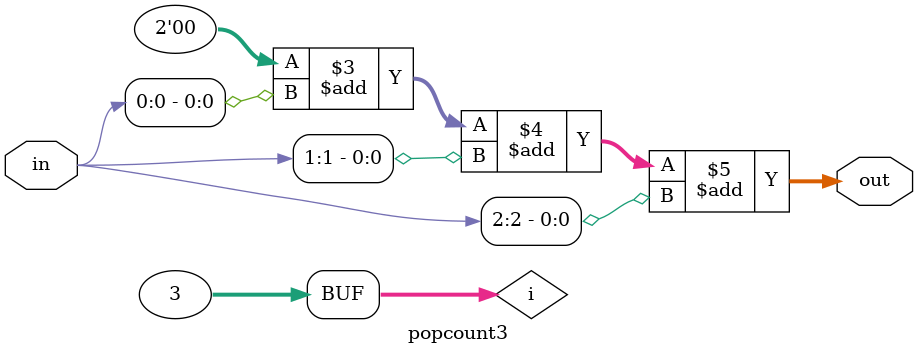
<source format=v>
module popcount3(
	input [2:0] in,
	output reg [1:0] out
);
	// count the number of ones in the input vector
	integer i;
	always @(*) begin
		out = 0;
		for (i = 0; i < 3; i = i + 1)
			out = out + in[i];
	end
	
	// HDLBits solution does not use out as a reg
	// loop version above is scalable for larger vectors
	// a simple solution for this problem is:
	// assign out = in[0]+in[1]+in[2];
	// other solutions include:
	// using 8-entry truth table, use SOP for out[0] and out[1]
	// using combinational always block, directly implement truth table

endmodule

</source>
